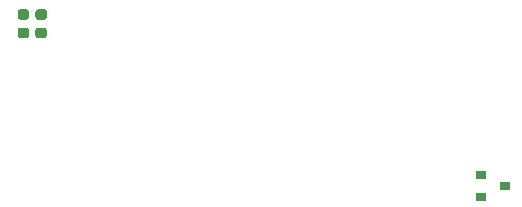
<source format=gbr>
%TF.GenerationSoftware,KiCad,Pcbnew,5.1.10-88a1d61d58~88~ubuntu20.04.1*%
%TF.CreationDate,2021-05-12T17:30:15+02:00*%
%TF.ProjectId,halfVoltageMosfetBoard,68616c66-566f-46c7-9461-67654d6f7366,rev?*%
%TF.SameCoordinates,Original*%
%TF.FileFunction,Paste,Bot*%
%TF.FilePolarity,Positive*%
%FSLAX46Y46*%
G04 Gerber Fmt 4.6, Leading zero omitted, Abs format (unit mm)*
G04 Created by KiCad (PCBNEW 5.1.10-88a1d61d58~88~ubuntu20.04.1) date 2021-05-12 17:30:15*
%MOMM*%
%LPD*%
G01*
G04 APERTURE LIST*
%ADD10R,0.900000X0.800000*%
G04 APERTURE END LIST*
D10*
%TO.C,D3*%
X200750000Y-119500000D03*
X198750000Y-118550000D03*
X198750000Y-120450000D03*
%TD*%
%TO.C,C13*%
G36*
G01*
X161250000Y-106075000D02*
X161750000Y-106075000D01*
G75*
G02*
X161975000Y-106300000I0J-225000D01*
G01*
X161975000Y-106750000D01*
G75*
G02*
X161750000Y-106975000I-225000J0D01*
G01*
X161250000Y-106975000D01*
G75*
G02*
X161025000Y-106750000I0J225000D01*
G01*
X161025000Y-106300000D01*
G75*
G02*
X161250000Y-106075000I225000J0D01*
G01*
G37*
G36*
G01*
X161250000Y-104525000D02*
X161750000Y-104525000D01*
G75*
G02*
X161975000Y-104750000I0J-225000D01*
G01*
X161975000Y-105200000D01*
G75*
G02*
X161750000Y-105425000I-225000J0D01*
G01*
X161250000Y-105425000D01*
G75*
G02*
X161025000Y-105200000I0J225000D01*
G01*
X161025000Y-104750000D01*
G75*
G02*
X161250000Y-104525000I225000J0D01*
G01*
G37*
%TD*%
%TO.C,C14*%
G36*
G01*
X159750000Y-106075000D02*
X160250000Y-106075000D01*
G75*
G02*
X160475000Y-106300000I0J-225000D01*
G01*
X160475000Y-106750000D01*
G75*
G02*
X160250000Y-106975000I-225000J0D01*
G01*
X159750000Y-106975000D01*
G75*
G02*
X159525000Y-106750000I0J225000D01*
G01*
X159525000Y-106300000D01*
G75*
G02*
X159750000Y-106075000I225000J0D01*
G01*
G37*
G36*
G01*
X159750000Y-104525000D02*
X160250000Y-104525000D01*
G75*
G02*
X160475000Y-104750000I0J-225000D01*
G01*
X160475000Y-105200000D01*
G75*
G02*
X160250000Y-105425000I-225000J0D01*
G01*
X159750000Y-105425000D01*
G75*
G02*
X159525000Y-105200000I0J225000D01*
G01*
X159525000Y-104750000D01*
G75*
G02*
X159750000Y-104525000I225000J0D01*
G01*
G37*
%TD*%
M02*

</source>
